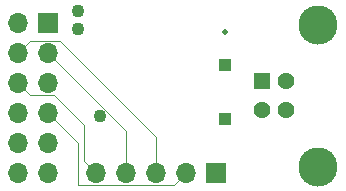
<source format=gbr>
G04 #@! TF.GenerationSoftware,KiCad,Pcbnew,5.1.6-c6e7f7d~86~ubuntu18.04.1*
G04 #@! TF.CreationDate,2021-05-10T21:05:39-07:00*
G04 #@! TF.ProjectId,usb_dev_pmod,7573625f-6465-4765-9f70-6d6f642e6b69,rev?*
G04 #@! TF.SameCoordinates,Original*
G04 #@! TF.FileFunction,Copper,L4,Bot*
G04 #@! TF.FilePolarity,Positive*
%FSLAX46Y46*%
G04 Gerber Fmt 4.6, Leading zero omitted, Abs format (unit mm)*
G04 Created by KiCad (PCBNEW 5.1.6-c6e7f7d~86~ubuntu18.04.1) date 2021-05-10 21:05:39*
%MOMM*%
%LPD*%
G01*
G04 APERTURE LIST*
G04 #@! TA.AperFunction,ComponentPad*
%ADD10R,1.000000X1.000000*%
G04 #@! TD*
G04 #@! TA.AperFunction,ComponentPad*
%ADD11C,3.316000*%
G04 #@! TD*
G04 #@! TA.AperFunction,ComponentPad*
%ADD12C,1.428000*%
G04 #@! TD*
G04 #@! TA.AperFunction,ComponentPad*
%ADD13R,1.428000X1.428000*%
G04 #@! TD*
G04 #@! TA.AperFunction,ComponentPad*
%ADD14O,1.700000X1.700000*%
G04 #@! TD*
G04 #@! TA.AperFunction,ComponentPad*
%ADD15R,1.700000X1.700000*%
G04 #@! TD*
G04 #@! TA.AperFunction,ViaPad*
%ADD16C,1.100000*%
G04 #@! TD*
G04 #@! TA.AperFunction,ViaPad*
%ADD17C,0.500000*%
G04 #@! TD*
G04 #@! TA.AperFunction,Conductor*
%ADD18C,0.088900*%
G04 #@! TD*
G04 APERTURE END LIST*
D10*
X101346000Y-79248000D03*
X101346000Y-74676000D03*
D11*
X109202000Y-71272000D03*
X109202000Y-83312000D03*
D12*
X106492000Y-76002000D03*
X106492000Y-78502000D03*
X104492000Y-78502000D03*
D13*
X104492000Y-76002000D03*
D14*
X90424000Y-83820000D03*
X92964000Y-83820000D03*
X95504000Y-83820000D03*
X98044000Y-83820000D03*
D15*
X100584000Y-83820000D03*
D14*
X83820000Y-83820000D03*
X86360000Y-83820000D03*
X83820000Y-81280000D03*
X86360000Y-81280000D03*
X83820000Y-78740000D03*
X86360000Y-78740000D03*
X83820000Y-76200000D03*
X86360000Y-76200000D03*
X83820000Y-73660000D03*
X86360000Y-73660000D03*
X83820000Y-71120000D03*
D15*
X86360000Y-71120000D03*
D16*
X88900000Y-71628000D03*
X88900000Y-70104000D03*
X90703071Y-79023371D03*
D17*
X101346000Y-71882000D03*
D18*
X88905451Y-81285451D02*
X86360000Y-78740000D01*
X97022549Y-84841451D02*
X88905451Y-84841451D01*
X88905451Y-84841451D02*
X88905451Y-81285451D01*
X98044000Y-83820000D02*
X97022549Y-84841451D01*
X89402549Y-82798549D02*
X89402549Y-79750549D01*
X90424000Y-83820000D02*
X89402549Y-82798549D01*
X84841451Y-77221451D02*
X83820000Y-76200000D01*
X86873451Y-77221451D02*
X84841451Y-77221451D01*
X89402549Y-79750549D02*
X86873451Y-77221451D01*
X92964000Y-80264000D02*
X86360000Y-73660000D01*
X92964000Y-83820000D02*
X92964000Y-80264000D01*
X95504000Y-83820000D02*
X95504000Y-80772000D01*
X84841451Y-72638549D02*
X83820000Y-73660000D01*
X87370549Y-72638549D02*
X84841451Y-72638549D01*
X95504000Y-80772000D02*
X87370549Y-72638549D01*
M02*

</source>
